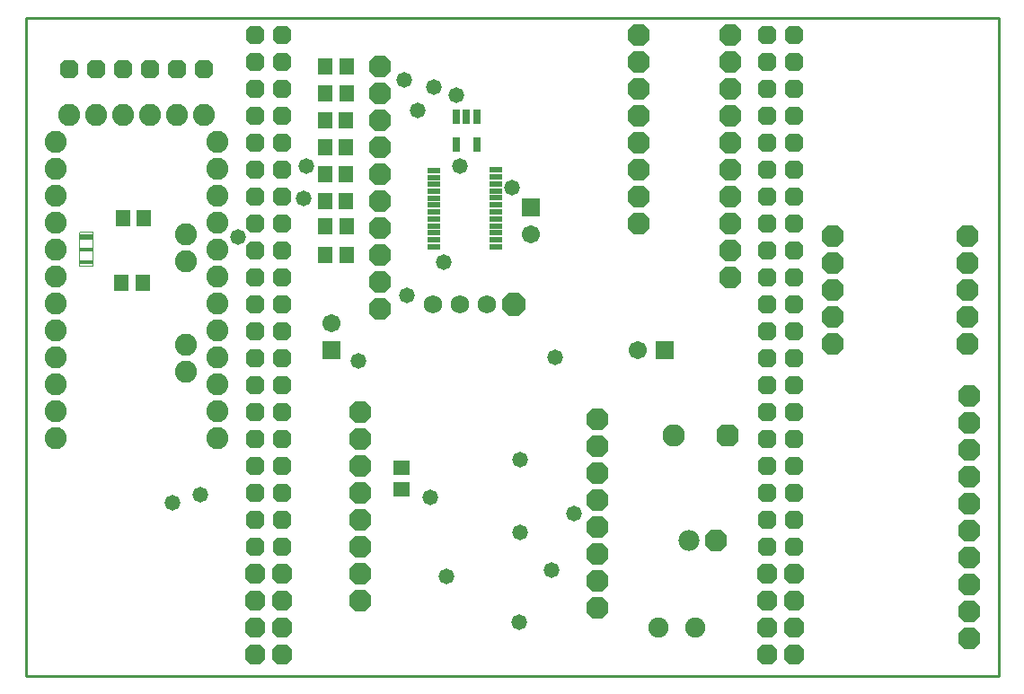
<source format=gbs>
%FSTAX24Y24*%
%MOIN*%
%SFA1B1*%

%IPPOS*%
%AMD70*
4,1,8,-0.019500,-0.039000,0.019500,-0.039000,0.039000,-0.019500,0.039000,0.019500,0.019500,0.039000,-0.019500,0.039000,-0.039000,0.019500,-0.039000,-0.019500,-0.019500,-0.039000,0.0*
%
%AMD73*
4,1,8,0.020700,0.041500,-0.020700,0.041500,-0.041500,0.020700,-0.041500,-0.020700,-0.020700,-0.041500,0.020700,-0.041500,0.041500,-0.020700,0.041500,0.020700,0.020700,0.041500,0.0*
%
%AMD74*
4,1,8,-0.034000,0.017000,-0.034000,-0.017000,-0.017000,-0.034000,0.017000,-0.034000,0.034000,-0.017000,0.034000,0.017000,0.017000,0.034000,-0.017000,0.034000,-0.034000,0.017000,0.0*
%
%AMD76*
4,1,8,0.021000,0.042000,-0.021000,0.042000,-0.042000,0.021000,-0.042000,-0.021000,-0.021000,-0.042000,0.021000,-0.042000,0.042000,-0.021000,0.042000,0.021000,0.021000,0.042000,0.0*
%
%AMD77*
4,1,8,0.037000,-0.018500,0.037000,0.018500,0.018500,0.037000,-0.018500,0.037000,-0.037000,0.018500,-0.037000,-0.018500,-0.018500,-0.037000,0.018500,-0.037000,0.037000,-0.018500,0.0*
%
%ADD16C,0.010000*%
%ADD18R,0.001000X0.129300*%
%ADD19R,0.001000X0.001000*%
%ADD20R,0.001000X0.017000*%
%ADD21R,0.001000X0.016400*%
%ADD22R,0.001000X0.016300*%
%ADD23R,0.001000X0.000900*%
%ADD24R,0.001300X0.001000*%
%ADD25R,0.001300X0.017000*%
%ADD26R,0.001300X0.016400*%
%ADD27R,0.001300X0.016300*%
%ADD28R,0.001300X0.000900*%
%ADD29R,0.000900X0.001000*%
%ADD30R,0.000900X0.017000*%
%ADD31R,0.000900X0.016400*%
%ADD32R,0.000900X0.016300*%
%ADD33R,0.000900X0.000900*%
%ADD34R,0.000900X0.129300*%
%ADD37C,0.075000*%
%ADD65R,0.052000X0.064000*%
%ADD66R,0.030000X0.056000*%
%ADD67R,0.064000X0.052000*%
G04~CAMADD=70~4~0.0~0.0~780.0~780.0~0.0~195.0~0~0.0~0.0~0.0~0.0~0~0.0~0.0~0.0~0.0~0~0.0~0.0~0.0~180.0~780.0~780.0*
%ADD70D70*%
%ADD71C,0.078000*%
%ADD72C,0.083000*%
G04~CAMADD=73~4~0.0~0.0~830.0~830.0~0.0~207.5~0~0.0~0.0~0.0~0.0~0~0.0~0.0~0.0~0.0~0~0.0~0.0~0.0~0.0~830.0~830.0*
%ADD73D73*%
G04~CAMADD=74~4~0.0~0.0~680.0~680.0~0.0~170.0~0~0.0~0.0~0.0~0.0~0~0.0~0.0~0.0~0.0~0~0.0~0.0~0.0~90.0~680.0~680.0*
%ADD74D74*%
%ADD75C,0.068000*%
G04~CAMADD=76~4~0.0~0.0~840.0~840.0~0.0~210.0~0~0.0~0.0~0.0~0.0~0~0.0~0.0~0.0~0.0~0~0.0~0.0~0.0~0.0~840.0~840.0*
%ADD76D76*%
G04~CAMADD=77~4~0.0~0.0~740.0~740.0~0.0~185.0~0~0.0~0.0~0.0~0.0~0~0.0~0.0~0.0~0.0~0~0.0~0.0~0.0~270.0~740.0~740.0*
%ADD77D77*%
%ADD78C,0.082000*%
%ADD79C,0.067100*%
%ADD80R,0.067100X0.067100*%
%ADD81R,0.067100X0.067100*%
%ADD82C,0.058000*%
%ADD83R,0.047000X0.020000*%
%LNshield2gen-1*%
%LPD*%
G54D16*
X02095Y0163D02*
Y04075D01*
Y0163D02*
X05705D01*
Y04075*
D01*
X02095D02*
X05705D01*
G54D18*
X022975Y032143D03*
G54D19*
X022985Y032785D03*
X022995D03*
X023005D03*
X023015D03*
X023025D03*
X023035D03*
X023045D03*
X023055D03*
X023065D03*
X023075D03*
X023085D03*
X023095D03*
X023105D03*
X023115D03*
X023125D03*
X023135D03*
X023145D03*
X023155D03*
X023165D03*
X023175D03*
X023185D03*
X023195D03*
X023205D03*
G54D20*
X022985Y032615D03*
X022995D03*
X023005D03*
X023015D03*
X023025D03*
X023035D03*
X023045D03*
X023055D03*
X023065D03*
X023075D03*
X023085D03*
X023095D03*
X023105D03*
X023115D03*
X023125D03*
X023135D03*
X023145D03*
X023155D03*
X023165D03*
X023175D03*
X023185D03*
X023195D03*
X023205D03*
G54D21*
X022985Y032138D03*
X022995D03*
X023005D03*
X023015D03*
X023025D03*
X023035D03*
X023045D03*
X023055D03*
X023065D03*
X023075D03*
X023085D03*
X023095D03*
X023105D03*
X023115D03*
X023125D03*
X023135D03*
X023145D03*
X023155D03*
X023165D03*
X023175D03*
X023185D03*
X023195D03*
X023205D03*
G54D22*
X022985Y031665D03*
X022995D03*
X023005D03*
X023015D03*
X023025D03*
X023035D03*
X023045D03*
X023055D03*
X023065D03*
X023075D03*
X023085D03*
X023095D03*
X023105D03*
X023115D03*
X023125D03*
X023135D03*
X023145D03*
X023155D03*
X023165D03*
X023175D03*
X023185D03*
X023195D03*
X023205D03*
G54D23*
X022985Y031501D03*
X022995D03*
X023005D03*
X023015D03*
X023025D03*
X023035D03*
X023045D03*
X023055D03*
X023065D03*
X023075D03*
X023085D03*
X023095D03*
X023105D03*
X023115D03*
X023125D03*
X023135D03*
X023145D03*
X023155D03*
X023165D03*
X023175D03*
X023185D03*
X023195D03*
X023205D03*
G54D24*
X023216Y032785D03*
G54D25*
X023216Y032615D03*
G54D26*
X023216Y032138D03*
G54D27*
X023216Y031665D03*
G54D28*
X023216Y031501D03*
G54D29*
X023227Y032785D03*
X023236D03*
X023244D03*
X023253D03*
X023262D03*
X02327D03*
X023279D03*
X023287D03*
X023296D03*
X023305D03*
X023313D03*
X023322D03*
X02333D03*
X023339D03*
X023348D03*
X023356D03*
X023365D03*
X023373D03*
X023382D03*
X023391D03*
X023399D03*
X023408D03*
X023416D03*
X023425D03*
X023434D03*
X023442D03*
X023451D03*
X023459D03*
G54D30*
X023227Y032615D03*
X023236D03*
X023244D03*
X023253D03*
X023262D03*
X02327D03*
X023279D03*
X023287D03*
X023296D03*
X023305D03*
X023313D03*
X023322D03*
X02333D03*
X023339D03*
X023348D03*
X023356D03*
X023365D03*
X023373D03*
X023382D03*
X023391D03*
X023399D03*
X023408D03*
X023416D03*
X023425D03*
X023434D03*
X023442D03*
X023451D03*
X023459D03*
G54D31*
X023227Y032138D03*
X023236D03*
X023244D03*
X023253D03*
X023262D03*
X02327D03*
X023279D03*
X023287D03*
X023296D03*
X023305D03*
X023313D03*
X023322D03*
X02333D03*
X023339D03*
X023348D03*
X023356D03*
X023365D03*
X023373D03*
X023382D03*
X023391D03*
X023399D03*
X023408D03*
X023416D03*
X023425D03*
X023434D03*
X023442D03*
X023451D03*
X023459D03*
G54D32*
X023227Y031665D03*
X023236D03*
X023244D03*
X023253D03*
X023262D03*
X02327D03*
X023279D03*
X023287D03*
X023296D03*
X023304D03*
X023313D03*
X023322D03*
X02333D03*
X023339D03*
X023347D03*
X023356D03*
X023365D03*
X023373D03*
X023382D03*
X023391D03*
X023399D03*
X023408D03*
X023416D03*
X023425D03*
X023433D03*
X023442D03*
X023451D03*
X023459D03*
G54D33*
X023227Y031501D03*
X023236D03*
X023244D03*
X023253D03*
X023262D03*
X02327D03*
X023279D03*
X023287D03*
X023296D03*
X023305D03*
X023313D03*
X023322D03*
X02333D03*
X023339D03*
X023348D03*
X023356D03*
X023365D03*
X023373D03*
X023382D03*
X023391D03*
X023399D03*
X023408D03*
X023416D03*
X023425D03*
X023434D03*
X023442D03*
X023451D03*
X023459D03*
G54D34*
X023468Y032143D03*
G54D37*
X044421Y0181D03*
X0458D03*
G54D65*
X032056Y03195D03*
X03285D03*
X032056Y033D03*
X03285D03*
X03205Y03395D03*
X032844D03*
X03205Y03495D03*
X032844D03*
X03205Y03595D03*
X032844D03*
X03205Y03695D03*
X032844D03*
X032056Y03795D03*
X03285D03*
X032056Y03895D03*
X03285D03*
X025344Y0333D03*
X02455D03*
X025294Y0309D03*
X0245D03*
G54D66*
X036926Y037062D03*
X0373D03*
X03768D03*
Y03603D03*
X036926D03*
G54D67*
X0349Y024044D03*
Y02325D03*
G54D70*
X0437Y0401D03*
Y0391D03*
Y0381D03*
Y0371D03*
Y0361D03*
Y0351D03*
Y0341D03*
Y0331D03*
X04215Y02585D03*
Y02485D03*
Y02385D03*
Y02285D03*
Y02185D03*
Y02085D03*
Y01985D03*
Y01885D03*
X05595Y0267D03*
Y0257D03*
Y0247D03*
Y0237D03*
Y0227D03*
Y0217D03*
Y0207D03*
Y0197D03*
Y0187D03*
Y0177D03*
X0471Y0401D03*
Y0391D03*
Y0381D03*
Y0371D03*
Y0361D03*
Y0351D03*
Y0341D03*
Y0331D03*
Y0321D03*
Y0311D03*
X0341Y02995D03*
Y03095D03*
Y03195D03*
Y03295D03*
Y03395D03*
Y03495D03*
Y03595D03*
Y03695D03*
Y03795D03*
Y03895D03*
X04655Y02135D03*
X03335Y0261D03*
Y0251D03*
Y0241D03*
Y0231D03*
Y0221D03*
Y0211D03*
Y0201D03*
Y0191D03*
X0509Y03265D03*
Y03165D03*
Y03065D03*
Y02965D03*
Y02865D03*
X0559D03*
Y02965D03*
Y03065D03*
Y03165D03*
Y03265D03*
G54D71*
X04555Y02135D03*
G54D72*
X045Y02525D03*
G54D73*
X047Y02525D03*
G54D74*
X02255Y03885D03*
X02355D03*
X02455D03*
X02555D03*
X02655D03*
X02755D03*
X04845Y0401D03*
X04945D03*
X04845Y0391D03*
X04945D03*
X04845Y0381D03*
X04945D03*
X04845Y0371D03*
X04945D03*
X04845Y0361D03*
X04945D03*
X04845Y0351D03*
X04945D03*
X04845Y0341D03*
X04945D03*
X04845Y0331D03*
X04945D03*
X04845Y0321D03*
X04945D03*
X04845Y0311D03*
X04945D03*
X04845Y0301D03*
X04945D03*
X04845Y0291D03*
X04945D03*
X04845Y0281D03*
X04945D03*
X04845Y0271D03*
X04945D03*
X04845Y0261D03*
X04945D03*
X04845Y0251D03*
X04945D03*
X04845Y0241D03*
X04945D03*
X04845Y0231D03*
X04945D03*
X04845Y0221D03*
X04945D03*
X04845Y0211D03*
X04945D03*
X02945Y0401D03*
X03045D03*
X02945Y0391D03*
X03045D03*
X02945Y0381D03*
X03045D03*
X02945Y0371D03*
X03045D03*
X02945Y0361D03*
X03045D03*
X02945Y0351D03*
X03045D03*
X02945Y0341D03*
X03045D03*
X02945Y0331D03*
X03045D03*
X02945Y0321D03*
X03045D03*
X02945Y0311D03*
X03045D03*
X02945Y0301D03*
X03045D03*
X02945Y0291D03*
X03045D03*
X02945Y0281D03*
X03045D03*
X02945Y0271D03*
X03045D03*
X02945Y0261D03*
X03045D03*
X02945Y0251D03*
X03045D03*
X02945Y0241D03*
X03045D03*
X02945Y0231D03*
X03045D03*
X02945Y0221D03*
X03045D03*
X02945Y0211D03*
X03045D03*
G54D75*
X03605Y0301D03*
X03705D03*
X03805D03*
G54D76*
X03905Y0301D03*
G54D77*
X04845Y0201D03*
X04945D03*
X04845Y0191D03*
X04945D03*
X04845Y0181D03*
X04945D03*
X04845Y0171D03*
X04945D03*
X02945Y0201D03*
X03045D03*
X02945Y0191D03*
X03045D03*
X02945Y0181D03*
X03045D03*
X02945Y0171D03*
X03045D03*
G54D78*
X02805Y03215D03*
Y03315D03*
Y03415D03*
Y03515D03*
Y03615D03*
X02205D03*
Y03515D03*
Y03415D03*
Y03315D03*
Y03215D03*
X0269Y0327D03*
X02255Y03715D03*
X02355D03*
X02455D03*
X02555D03*
X02655D03*
X02755D03*
X02805Y02515D03*
Y02615D03*
Y02715D03*
Y02815D03*
Y02915D03*
Y03015D03*
Y03115D03*
X02205D03*
Y03015D03*
Y02915D03*
Y02815D03*
Y02715D03*
Y02615D03*
Y02515D03*
X0269Y0317D03*
Y0286D03*
Y0276D03*
G54D79*
X0397Y0327D03*
X04365Y0284D03*
X0323Y0294D03*
G54D80*
X0397Y0337D03*
X0323Y0284D03*
G54D81*
X04465Y0284D03*
G54D82*
X03925Y0183D03*
X03329Y02799D03*
X0393Y02435D03*
X02883Y0326D03*
X036926Y037874D03*
X03705Y03525D03*
X03135Y03522D03*
X04045Y02025D03*
X03655Y02D03*
X02638Y02274D03*
X0413Y02235D03*
X0393Y02164D03*
X0361Y03816D03*
X03901Y03442D03*
X03548Y0373D03*
X03645Y03166D03*
X03508Y03043D03*
X02742Y02302D03*
X0406Y02815D03*
X035Y03845D03*
X03595Y02295D03*
X03125Y03405D03*
G54D83*
X038399Y033795D03*
Y034055D03*
Y034315D03*
Y034577D03*
X038396Y034841D03*
X038397Y035099D03*
X036101Y035064D03*
Y034814D03*
Y032248D03*
Y032504D03*
Y03276D03*
Y033016D03*
Y033272D03*
Y03353D03*
Y03379D03*
Y03404D03*
X0384Y033016D03*
Y032766D03*
Y032506D03*
Y032248D03*
X036101Y0343D03*
Y03456D03*
X0384Y033276D03*
Y033536D03*
M02*
</source>
